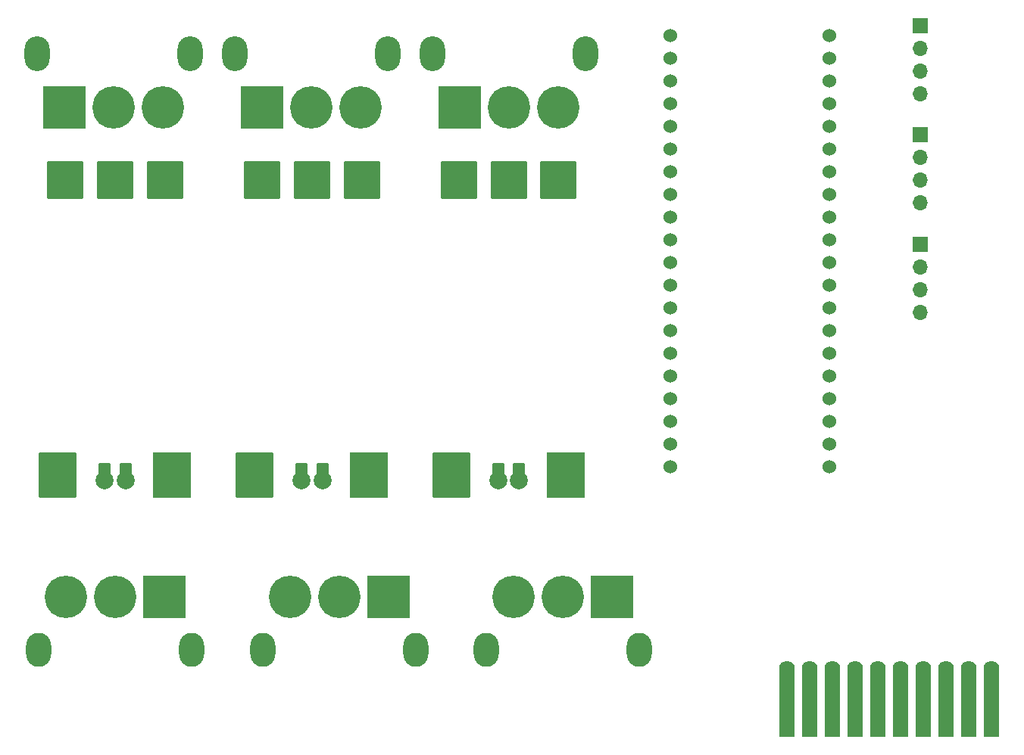
<source format=gbr>
%TF.GenerationSoftware,KiCad,Pcbnew,8.0.1*%
%TF.CreationDate,2024-04-06T11:37:36-04:00*%
%TF.ProjectId,template-card with ESCs,74656d70-6c61-4746-952d-636172642077,rev?*%
%TF.SameCoordinates,Original*%
%TF.FileFunction,Soldermask,Bot*%
%TF.FilePolarity,Negative*%
%FSLAX46Y46*%
G04 Gerber Fmt 4.6, Leading zero omitted, Abs format (unit mm)*
G04 Created by KiCad (PCBNEW 8.0.1) date 2024-04-06 11:37:36*
%MOMM*%
%LPD*%
G01*
G04 APERTURE LIST*
G04 Aperture macros list*
%AMRoundRect*
0 Rectangle with rounded corners*
0 $1 Rounding radius*
0 $2 $3 $4 $5 $6 $7 $8 $9 X,Y pos of 4 corners*
0 Add a 4 corners polygon primitive as box body*
4,1,4,$2,$3,$4,$5,$6,$7,$8,$9,$2,$3,0*
0 Add four circle primitives for the rounded corners*
1,1,$1+$1,$2,$3*
1,1,$1+$1,$4,$5*
1,1,$1+$1,$6,$7*
1,1,$1+$1,$8,$9*
0 Add four rect primitives between the rounded corners*
20,1,$1+$1,$2,$3,$4,$5,0*
20,1,$1+$1,$4,$5,$6,$7,0*
20,1,$1+$1,$6,$7,$8,$9,0*
20,1,$1+$1,$8,$9,$2,$3,0*%
G04 Aperture macros list end*
%ADD10O,2.800000X3.900000*%
%ADD11C,4.750000*%
%ADD12R,4.750000X4.750000*%
%ADD13R,1.700000X1.700000*%
%ADD14O,1.700000X1.700000*%
%ADD15C,1.524000*%
%ADD16O,2.800000X3.800000*%
%ADD17C,1.780000*%
%ADD18R,1.780000X7.700000*%
%ADD19RoundRect,0.102000X2.000000X-2.450000X2.000000X2.450000X-2.000000X2.450000X-2.000000X-2.450000X0*%
%ADD20RoundRect,0.102000X2.050000X-2.450000X2.050000X2.450000X-2.050000X2.450000X-2.050000X-2.450000X0*%
%ADD21RoundRect,0.102000X1.890000X-2.000000X1.890000X2.000000X-1.890000X2.000000X-1.890000X-2.000000X0*%
%ADD22C,2.000000*%
%ADD23RoundRect,0.102000X0.565000X-0.830000X0.565000X0.830000X-0.565000X0.830000X-0.565000X-0.830000X0*%
G04 APERTURE END LIST*
D10*
%TO.C,J7*%
X105451000Y-30988000D03*
X88351000Y-30988000D03*
D11*
X102401000Y-36988000D03*
X96901000Y-36988000D03*
D12*
X91401000Y-36988000D03*
%TD*%
D13*
%TO.C,J3*%
X187085000Y-27855000D03*
D14*
X187085000Y-30395000D03*
X187085000Y-32935000D03*
X187085000Y-35475000D03*
%TD*%
D15*
%TO.C,U7*%
X159175000Y-28956000D03*
X159175000Y-31496000D03*
X159175000Y-34036000D03*
X159175000Y-36576000D03*
X159175000Y-39116000D03*
X159175000Y-41656000D03*
X159175000Y-44196000D03*
X159175000Y-46736000D03*
X159175000Y-49276000D03*
X159175000Y-51816000D03*
X159175000Y-54356000D03*
X159175000Y-56896000D03*
X159175000Y-59436000D03*
X159175000Y-61976000D03*
X159175000Y-64516000D03*
X159175000Y-67056000D03*
X159175000Y-69596000D03*
X159175000Y-72136000D03*
X159175000Y-74676000D03*
X159175000Y-77216000D03*
X176955000Y-77216000D03*
X176955000Y-74676000D03*
X176955000Y-72136000D03*
X176955000Y-69596000D03*
X176955000Y-67056000D03*
X176955000Y-64516000D03*
X176955000Y-61976000D03*
X176955000Y-59436000D03*
X176955000Y-56896000D03*
X176955000Y-54356000D03*
X176955000Y-51816000D03*
X176955000Y-49276000D03*
X176955000Y-46736000D03*
X176955000Y-44196000D03*
X176955000Y-41656000D03*
X176955000Y-39116000D03*
X176955000Y-36576000D03*
X176955000Y-34036000D03*
X176955000Y-31496000D03*
X176955000Y-28956000D03*
%TD*%
D11*
%TO.C,J2*%
X91630000Y-91760000D03*
X97130000Y-91760000D03*
D12*
X102630000Y-91760000D03*
D11*
X116630000Y-91760000D03*
X122130000Y-91760000D03*
D12*
X127630000Y-91760000D03*
D11*
X141600000Y-91760000D03*
X147100000Y-91760000D03*
D12*
X152600000Y-91760000D03*
D16*
X88580000Y-97760000D03*
X105680000Y-97760000D03*
X113580000Y-97760000D03*
X130680000Y-97760000D03*
X138550000Y-97760000D03*
X155650000Y-97760000D03*
%TD*%
D17*
%TO.C,J1*%
X172212000Y-99802000D03*
D18*
X172212000Y-103632000D03*
D17*
X174752000Y-99802000D03*
D18*
X174752000Y-103632000D03*
D17*
X177292000Y-99802000D03*
D18*
X177292000Y-103632000D03*
D17*
X179832000Y-99802000D03*
D18*
X179832000Y-103632000D03*
D17*
X182372000Y-99802000D03*
D18*
X182372000Y-103632000D03*
D17*
X184912000Y-99802000D03*
D18*
X184912000Y-103632000D03*
D17*
X187452000Y-99802000D03*
D18*
X187452000Y-103632000D03*
D17*
X189992000Y-99802000D03*
D18*
X189992000Y-103632000D03*
D17*
X192532000Y-99802000D03*
D18*
X192532000Y-103632000D03*
D17*
X195072000Y-99802000D03*
D18*
X195072000Y-103632000D03*
%TD*%
D13*
%TO.C,J5*%
X187085000Y-52355000D03*
D14*
X187085000Y-54895000D03*
X187085000Y-57435000D03*
X187085000Y-59975000D03*
%TD*%
D13*
%TO.C,J4*%
X187085000Y-40105000D03*
D14*
X187085000Y-42645000D03*
X187085000Y-45185000D03*
X187085000Y-47725000D03*
%TD*%
D10*
%TO.C,J6*%
X127549000Y-30988000D03*
X110449000Y-30988000D03*
D11*
X124499000Y-36988000D03*
X118999000Y-36988000D03*
D12*
X113499000Y-36988000D03*
%TD*%
D10*
%TO.C,J8*%
X149647000Y-30988000D03*
X132547000Y-30988000D03*
D11*
X146597000Y-36988000D03*
X141097000Y-36988000D03*
D12*
X135597000Y-36988000D03*
%TD*%
D19*
%TO.C,U4*%
X112693250Y-78196750D03*
D20*
X125443250Y-78196750D03*
D21*
X124663250Y-45146750D03*
X119093250Y-45146750D03*
X113543250Y-45146750D03*
D22*
X120263250Y-78746750D03*
D23*
X120263250Y-77706750D03*
D22*
X117933250Y-78746750D03*
D23*
X117933250Y-77706750D03*
%TD*%
D19*
%TO.C,U6*%
X134693250Y-78196750D03*
D20*
X147443250Y-78196750D03*
D21*
X146663250Y-45146750D03*
X141093250Y-45146750D03*
X135543250Y-45146750D03*
D22*
X142263250Y-78746750D03*
D23*
X142263250Y-77706750D03*
D22*
X139933250Y-78746750D03*
D23*
X139933250Y-77706750D03*
%TD*%
D19*
%TO.C,U2*%
X90693250Y-78196750D03*
D20*
X103443250Y-78196750D03*
D21*
X102663250Y-45146750D03*
X97093250Y-45146750D03*
X91543250Y-45146750D03*
D22*
X98263250Y-78746750D03*
D23*
X98263250Y-77706750D03*
D22*
X95933250Y-78746750D03*
D23*
X95933250Y-77706750D03*
%TD*%
M02*

</source>
